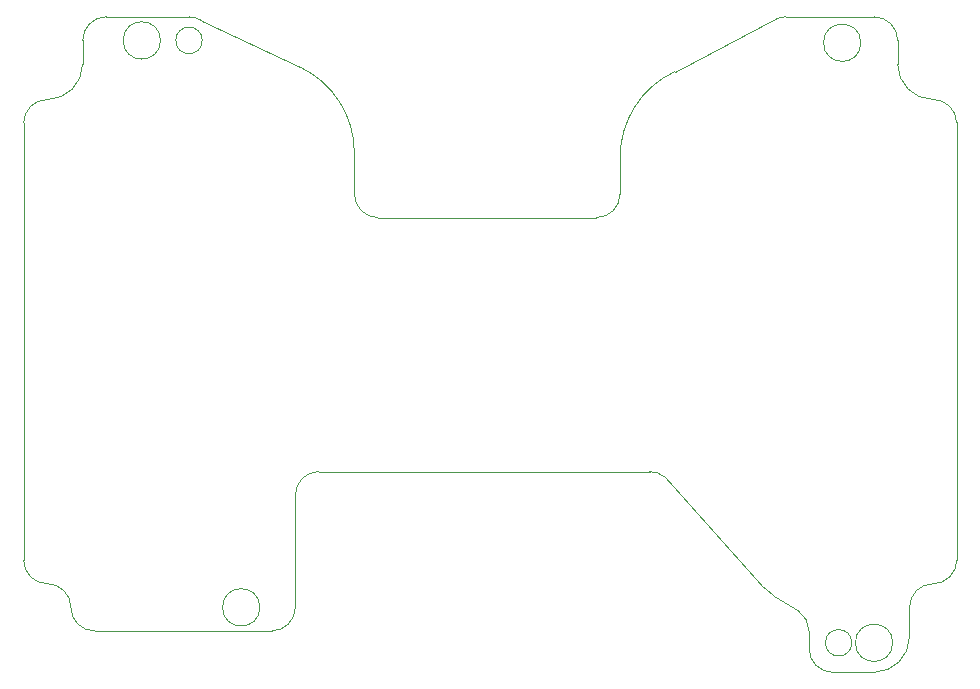
<source format=gbr>
%TF.GenerationSoftware,KiCad,Pcbnew,(5.1.6)-1*%
%TF.CreationDate,2021-04-07T20:28:44-04:00*%
%TF.ProjectId,2020-11-09-Browning-Recon-Force-Advantage-White-LED,32303230-2d31-4312-9d30-392d42726f77,rev?*%
%TF.SameCoordinates,Original*%
%TF.FileFunction,Profile,NP*%
%FSLAX46Y46*%
G04 Gerber Fmt 4.6, Leading zero omitted, Abs format (unit mm)*
G04 Created by KiCad (PCBNEW (5.1.6)-1) date 2021-04-07 20:28:44*
%MOMM*%
%LPD*%
G01*
G04 APERTURE LIST*
%TA.AperFunction,Profile*%
%ADD10C,0.050000*%
%TD*%
G04 APERTURE END LIST*
D10*
X133500000Y-67500000D02*
X133500000Y-65500000D01*
X202500000Y-65500000D02*
X202500000Y-67500000D01*
X207500000Y-72390000D02*
X207500000Y-109500000D01*
X130500000Y-70500000D02*
G75*
G03*
X133500000Y-67500000I0J3000000D01*
G01*
X205500000Y-70500000D02*
G75*
G02*
X202500000Y-67500000I0J3000000D01*
G01*
X151880946Y-67749538D02*
G75*
G02*
X156500000Y-75000000I-3380946J-7250462D01*
G01*
X183619054Y-68149538D02*
G75*
G03*
X179000000Y-75400000I3380946J-7250462D01*
G01*
X194109400Y-113835899D02*
X192000000Y-112500000D01*
X191211146Y-111841641D02*
G75*
G03*
X192000000Y-112500000I1788854J1341641D01*
G01*
X191211146Y-111841641D02*
X182785575Y-102467911D01*
X195000000Y-117000000D02*
X195000000Y-115500000D01*
X194109400Y-113835899D02*
G75*
G02*
X195000000Y-115500000I-1109400J-1664101D01*
G01*
X200500000Y-119000000D02*
X197000000Y-119000000D01*
X198618034Y-116500000D02*
G75*
G03*
X198618034Y-116500000I-1118034J0D01*
G01*
X203500000Y-113500000D02*
X203500000Y-116000000D01*
X203500000Y-116000000D02*
G75*
G02*
X200500000Y-119000000I-3000000J0D01*
G01*
X202081139Y-116500000D02*
G75*
G03*
X202081139Y-116500000I-1581139J0D01*
G01*
X197000000Y-119000000D02*
G75*
G02*
X195000000Y-117000000I0J2000000D01*
G01*
X207500000Y-109500000D02*
G75*
G02*
X205500000Y-111500000I-2000000J0D01*
G01*
X203500000Y-113500000D02*
G75*
G02*
X205500000Y-111500000I2000000J0D01*
G01*
X148500001Y-113500000D02*
G75*
G03*
X148500001Y-113500000I-1581139J0D01*
G01*
X134500000Y-115500000D02*
G75*
G02*
X132500000Y-113500000I0J2000000D01*
G01*
X130500000Y-111500000D02*
G75*
G02*
X132500000Y-113500000I0J-2000000D01*
G01*
X130500000Y-111500000D02*
G75*
G02*
X128500000Y-109500000I0J2000000D01*
G01*
X151500000Y-113500000D02*
X151500000Y-104000000D01*
X183619054Y-68149538D02*
X192292658Y-63632952D01*
X192292658Y-63632952D02*
G75*
G02*
X193009689Y-63500000I717031J-1867048D01*
G01*
X156500000Y-78500000D02*
X156500000Y-75000000D01*
X143609400Y-63835899D02*
X151880946Y-67749538D01*
X143618034Y-65500000D02*
G75*
G03*
X143618034Y-65500000I-1118034J0D01*
G01*
X140081139Y-65500000D02*
G75*
G03*
X140081139Y-65500000I-1581139J0D01*
G01*
X133500000Y-65500000D02*
G75*
G02*
X135500000Y-63500000I2000000J0D01*
G01*
X128500000Y-72500000D02*
G75*
G02*
X130500000Y-70500000I2000000J0D01*
G01*
X200500000Y-63500000D02*
G75*
G02*
X202500000Y-65500000I0J-2000000D01*
G01*
X205500000Y-70500000D02*
G75*
G02*
X207500000Y-72500000I0J-2000000D01*
G01*
X199381139Y-65700000D02*
G75*
G03*
X199381139Y-65700000I-1581139J0D01*
G01*
X151500000Y-113500000D02*
G75*
G02*
X149500000Y-115500000I-2000000J0D01*
G01*
X143609400Y-63835899D02*
G75*
G03*
X142500000Y-63500000I-1109400J-1664101D01*
G01*
X156500000Y-78500000D02*
G75*
G03*
X158500000Y-80500000I2000000J0D01*
G01*
X134500000Y-115500000D02*
X149500000Y-115500000D01*
X142500000Y-63500000D02*
X135500000Y-63500000D01*
X177000000Y-80500000D02*
X158500000Y-80500000D01*
X179000000Y-75400000D02*
X179000000Y-78500000D01*
X200500000Y-63500000D02*
X193009689Y-63500000D01*
X153500000Y-102000000D02*
X181500000Y-102000000D01*
X182785575Y-102467911D02*
G75*
G03*
X181500000Y-102000000I-1285575J-1532089D01*
G01*
X151500000Y-104000000D02*
G75*
G02*
X153500000Y-102000000I2000000J0D01*
G01*
X179000000Y-78500000D02*
G75*
G02*
X177000000Y-80500000I-2000000J0D01*
G01*
X128500000Y-72500000D02*
X128500000Y-109500000D01*
M02*

</source>
